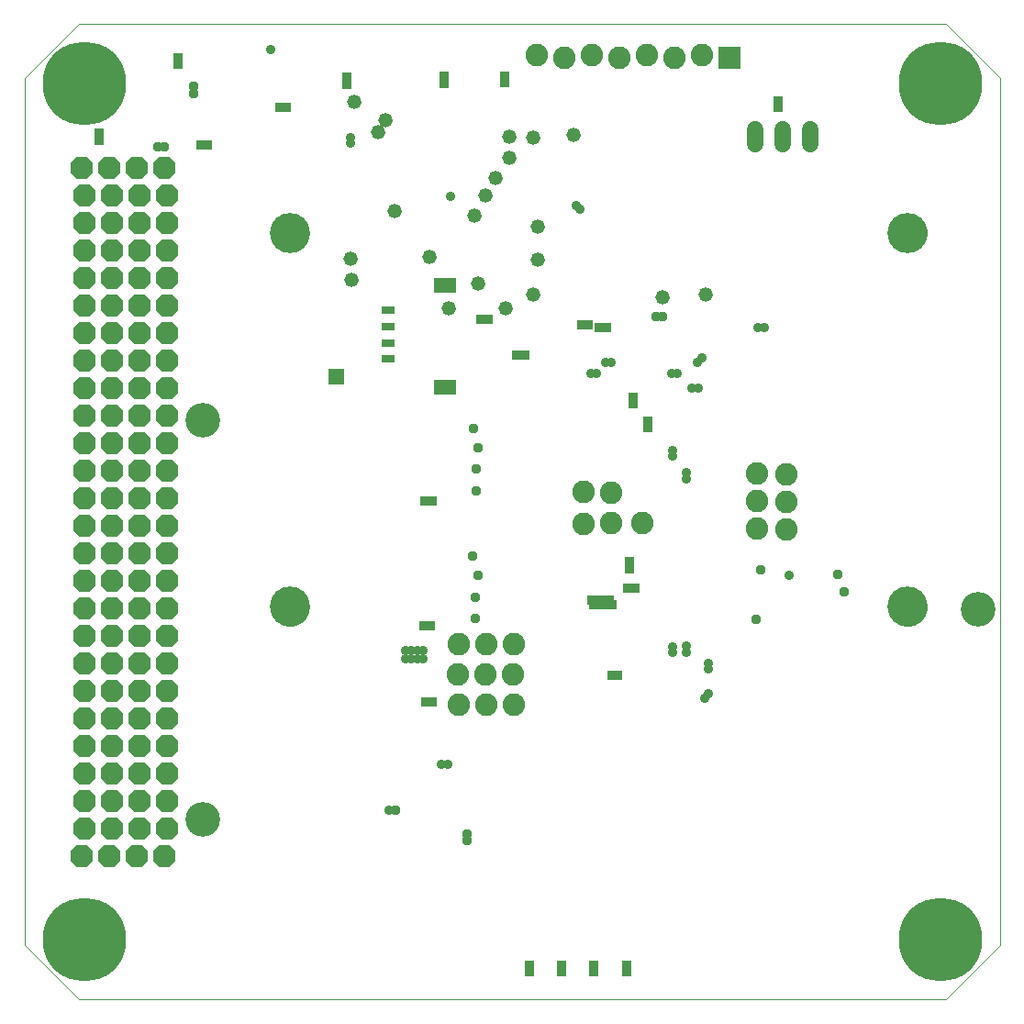
<source format=gbs>
G75*
%MOIN*%
%OFA0B0*%
%FSLAX25Y25*%
%IPPOS*%
%LPD*%
%AMOC8*
5,1,8,0,0,1.08239X$1,22.5*
%
%ADD10C,0.00000*%
%ADD11C,0.30328*%
%ADD12OC8,0.08200*%
%ADD13C,0.08200*%
%ADD14C,0.14580*%
%ADD15C,0.05200*%
%ADD16R,0.08200X0.08200*%
%ADD17C,0.06000*%
%ADD18R,0.04737X0.03162*%
%ADD19R,0.07887X0.05721*%
%ADD20C,0.03778*%
%ADD21R,0.03778X0.03778*%
%ADD22R,0.03581X0.03581*%
%ADD23C,0.03581*%
%ADD24C,0.12611*%
D10*
X0003172Y0020888D02*
X0003172Y0335849D01*
X0022857Y0355534D01*
X0337817Y0355534D01*
X0357502Y0335849D01*
X0357502Y0020888D01*
X0337817Y0001203D01*
X0022857Y0001203D01*
X0003172Y0020888D01*
X0092738Y0143920D02*
X0092740Y0144089D01*
X0092746Y0144258D01*
X0092757Y0144427D01*
X0092771Y0144595D01*
X0092790Y0144763D01*
X0092813Y0144931D01*
X0092839Y0145098D01*
X0092870Y0145264D01*
X0092905Y0145430D01*
X0092944Y0145594D01*
X0092988Y0145758D01*
X0093035Y0145920D01*
X0093086Y0146081D01*
X0093141Y0146241D01*
X0093200Y0146400D01*
X0093262Y0146557D01*
X0093329Y0146712D01*
X0093400Y0146866D01*
X0093474Y0147018D01*
X0093552Y0147168D01*
X0093633Y0147316D01*
X0093718Y0147462D01*
X0093807Y0147606D01*
X0093899Y0147748D01*
X0093995Y0147887D01*
X0094094Y0148024D01*
X0094196Y0148159D01*
X0094302Y0148291D01*
X0094411Y0148420D01*
X0094523Y0148547D01*
X0094638Y0148671D01*
X0094756Y0148792D01*
X0094877Y0148910D01*
X0095001Y0149025D01*
X0095128Y0149137D01*
X0095257Y0149246D01*
X0095389Y0149352D01*
X0095524Y0149454D01*
X0095661Y0149553D01*
X0095800Y0149649D01*
X0095942Y0149741D01*
X0096086Y0149830D01*
X0096232Y0149915D01*
X0096380Y0149996D01*
X0096530Y0150074D01*
X0096682Y0150148D01*
X0096836Y0150219D01*
X0096991Y0150286D01*
X0097148Y0150348D01*
X0097307Y0150407D01*
X0097467Y0150462D01*
X0097628Y0150513D01*
X0097790Y0150560D01*
X0097954Y0150604D01*
X0098118Y0150643D01*
X0098284Y0150678D01*
X0098450Y0150709D01*
X0098617Y0150735D01*
X0098785Y0150758D01*
X0098953Y0150777D01*
X0099121Y0150791D01*
X0099290Y0150802D01*
X0099459Y0150808D01*
X0099628Y0150810D01*
X0099797Y0150808D01*
X0099966Y0150802D01*
X0100135Y0150791D01*
X0100303Y0150777D01*
X0100471Y0150758D01*
X0100639Y0150735D01*
X0100806Y0150709D01*
X0100972Y0150678D01*
X0101138Y0150643D01*
X0101302Y0150604D01*
X0101466Y0150560D01*
X0101628Y0150513D01*
X0101789Y0150462D01*
X0101949Y0150407D01*
X0102108Y0150348D01*
X0102265Y0150286D01*
X0102420Y0150219D01*
X0102574Y0150148D01*
X0102726Y0150074D01*
X0102876Y0149996D01*
X0103024Y0149915D01*
X0103170Y0149830D01*
X0103314Y0149741D01*
X0103456Y0149649D01*
X0103595Y0149553D01*
X0103732Y0149454D01*
X0103867Y0149352D01*
X0103999Y0149246D01*
X0104128Y0149137D01*
X0104255Y0149025D01*
X0104379Y0148910D01*
X0104500Y0148792D01*
X0104618Y0148671D01*
X0104733Y0148547D01*
X0104845Y0148420D01*
X0104954Y0148291D01*
X0105060Y0148159D01*
X0105162Y0148024D01*
X0105261Y0147887D01*
X0105357Y0147748D01*
X0105449Y0147606D01*
X0105538Y0147462D01*
X0105623Y0147316D01*
X0105704Y0147168D01*
X0105782Y0147018D01*
X0105856Y0146866D01*
X0105927Y0146712D01*
X0105994Y0146557D01*
X0106056Y0146400D01*
X0106115Y0146241D01*
X0106170Y0146081D01*
X0106221Y0145920D01*
X0106268Y0145758D01*
X0106312Y0145594D01*
X0106351Y0145430D01*
X0106386Y0145264D01*
X0106417Y0145098D01*
X0106443Y0144931D01*
X0106466Y0144763D01*
X0106485Y0144595D01*
X0106499Y0144427D01*
X0106510Y0144258D01*
X0106516Y0144089D01*
X0106518Y0143920D01*
X0106516Y0143751D01*
X0106510Y0143582D01*
X0106499Y0143413D01*
X0106485Y0143245D01*
X0106466Y0143077D01*
X0106443Y0142909D01*
X0106417Y0142742D01*
X0106386Y0142576D01*
X0106351Y0142410D01*
X0106312Y0142246D01*
X0106268Y0142082D01*
X0106221Y0141920D01*
X0106170Y0141759D01*
X0106115Y0141599D01*
X0106056Y0141440D01*
X0105994Y0141283D01*
X0105927Y0141128D01*
X0105856Y0140974D01*
X0105782Y0140822D01*
X0105704Y0140672D01*
X0105623Y0140524D01*
X0105538Y0140378D01*
X0105449Y0140234D01*
X0105357Y0140092D01*
X0105261Y0139953D01*
X0105162Y0139816D01*
X0105060Y0139681D01*
X0104954Y0139549D01*
X0104845Y0139420D01*
X0104733Y0139293D01*
X0104618Y0139169D01*
X0104500Y0139048D01*
X0104379Y0138930D01*
X0104255Y0138815D01*
X0104128Y0138703D01*
X0103999Y0138594D01*
X0103867Y0138488D01*
X0103732Y0138386D01*
X0103595Y0138287D01*
X0103456Y0138191D01*
X0103314Y0138099D01*
X0103170Y0138010D01*
X0103024Y0137925D01*
X0102876Y0137844D01*
X0102726Y0137766D01*
X0102574Y0137692D01*
X0102420Y0137621D01*
X0102265Y0137554D01*
X0102108Y0137492D01*
X0101949Y0137433D01*
X0101789Y0137378D01*
X0101628Y0137327D01*
X0101466Y0137280D01*
X0101302Y0137236D01*
X0101138Y0137197D01*
X0100972Y0137162D01*
X0100806Y0137131D01*
X0100639Y0137105D01*
X0100471Y0137082D01*
X0100303Y0137063D01*
X0100135Y0137049D01*
X0099966Y0137038D01*
X0099797Y0137032D01*
X0099628Y0137030D01*
X0099459Y0137032D01*
X0099290Y0137038D01*
X0099121Y0137049D01*
X0098953Y0137063D01*
X0098785Y0137082D01*
X0098617Y0137105D01*
X0098450Y0137131D01*
X0098284Y0137162D01*
X0098118Y0137197D01*
X0097954Y0137236D01*
X0097790Y0137280D01*
X0097628Y0137327D01*
X0097467Y0137378D01*
X0097307Y0137433D01*
X0097148Y0137492D01*
X0096991Y0137554D01*
X0096836Y0137621D01*
X0096682Y0137692D01*
X0096530Y0137766D01*
X0096380Y0137844D01*
X0096232Y0137925D01*
X0096086Y0138010D01*
X0095942Y0138099D01*
X0095800Y0138191D01*
X0095661Y0138287D01*
X0095524Y0138386D01*
X0095389Y0138488D01*
X0095257Y0138594D01*
X0095128Y0138703D01*
X0095001Y0138815D01*
X0094877Y0138930D01*
X0094756Y0139048D01*
X0094638Y0139169D01*
X0094523Y0139293D01*
X0094411Y0139420D01*
X0094302Y0139549D01*
X0094196Y0139681D01*
X0094094Y0139816D01*
X0093995Y0139953D01*
X0093899Y0140092D01*
X0093807Y0140234D01*
X0093718Y0140378D01*
X0093633Y0140524D01*
X0093552Y0140672D01*
X0093474Y0140822D01*
X0093400Y0140974D01*
X0093329Y0141128D01*
X0093262Y0141283D01*
X0093200Y0141440D01*
X0093141Y0141599D01*
X0093086Y0141759D01*
X0093035Y0141920D01*
X0092988Y0142082D01*
X0092944Y0142246D01*
X0092905Y0142410D01*
X0092870Y0142576D01*
X0092839Y0142742D01*
X0092813Y0142909D01*
X0092790Y0143077D01*
X0092771Y0143245D01*
X0092757Y0143413D01*
X0092746Y0143582D01*
X0092740Y0143751D01*
X0092738Y0143920D01*
X0092738Y0279746D02*
X0092740Y0279915D01*
X0092746Y0280084D01*
X0092757Y0280253D01*
X0092771Y0280421D01*
X0092790Y0280589D01*
X0092813Y0280757D01*
X0092839Y0280924D01*
X0092870Y0281090D01*
X0092905Y0281256D01*
X0092944Y0281420D01*
X0092988Y0281584D01*
X0093035Y0281746D01*
X0093086Y0281907D01*
X0093141Y0282067D01*
X0093200Y0282226D01*
X0093262Y0282383D01*
X0093329Y0282538D01*
X0093400Y0282692D01*
X0093474Y0282844D01*
X0093552Y0282994D01*
X0093633Y0283142D01*
X0093718Y0283288D01*
X0093807Y0283432D01*
X0093899Y0283574D01*
X0093995Y0283713D01*
X0094094Y0283850D01*
X0094196Y0283985D01*
X0094302Y0284117D01*
X0094411Y0284246D01*
X0094523Y0284373D01*
X0094638Y0284497D01*
X0094756Y0284618D01*
X0094877Y0284736D01*
X0095001Y0284851D01*
X0095128Y0284963D01*
X0095257Y0285072D01*
X0095389Y0285178D01*
X0095524Y0285280D01*
X0095661Y0285379D01*
X0095800Y0285475D01*
X0095942Y0285567D01*
X0096086Y0285656D01*
X0096232Y0285741D01*
X0096380Y0285822D01*
X0096530Y0285900D01*
X0096682Y0285974D01*
X0096836Y0286045D01*
X0096991Y0286112D01*
X0097148Y0286174D01*
X0097307Y0286233D01*
X0097467Y0286288D01*
X0097628Y0286339D01*
X0097790Y0286386D01*
X0097954Y0286430D01*
X0098118Y0286469D01*
X0098284Y0286504D01*
X0098450Y0286535D01*
X0098617Y0286561D01*
X0098785Y0286584D01*
X0098953Y0286603D01*
X0099121Y0286617D01*
X0099290Y0286628D01*
X0099459Y0286634D01*
X0099628Y0286636D01*
X0099797Y0286634D01*
X0099966Y0286628D01*
X0100135Y0286617D01*
X0100303Y0286603D01*
X0100471Y0286584D01*
X0100639Y0286561D01*
X0100806Y0286535D01*
X0100972Y0286504D01*
X0101138Y0286469D01*
X0101302Y0286430D01*
X0101466Y0286386D01*
X0101628Y0286339D01*
X0101789Y0286288D01*
X0101949Y0286233D01*
X0102108Y0286174D01*
X0102265Y0286112D01*
X0102420Y0286045D01*
X0102574Y0285974D01*
X0102726Y0285900D01*
X0102876Y0285822D01*
X0103024Y0285741D01*
X0103170Y0285656D01*
X0103314Y0285567D01*
X0103456Y0285475D01*
X0103595Y0285379D01*
X0103732Y0285280D01*
X0103867Y0285178D01*
X0103999Y0285072D01*
X0104128Y0284963D01*
X0104255Y0284851D01*
X0104379Y0284736D01*
X0104500Y0284618D01*
X0104618Y0284497D01*
X0104733Y0284373D01*
X0104845Y0284246D01*
X0104954Y0284117D01*
X0105060Y0283985D01*
X0105162Y0283850D01*
X0105261Y0283713D01*
X0105357Y0283574D01*
X0105449Y0283432D01*
X0105538Y0283288D01*
X0105623Y0283142D01*
X0105704Y0282994D01*
X0105782Y0282844D01*
X0105856Y0282692D01*
X0105927Y0282538D01*
X0105994Y0282383D01*
X0106056Y0282226D01*
X0106115Y0282067D01*
X0106170Y0281907D01*
X0106221Y0281746D01*
X0106268Y0281584D01*
X0106312Y0281420D01*
X0106351Y0281256D01*
X0106386Y0281090D01*
X0106417Y0280924D01*
X0106443Y0280757D01*
X0106466Y0280589D01*
X0106485Y0280421D01*
X0106499Y0280253D01*
X0106510Y0280084D01*
X0106516Y0279915D01*
X0106518Y0279746D01*
X0106516Y0279577D01*
X0106510Y0279408D01*
X0106499Y0279239D01*
X0106485Y0279071D01*
X0106466Y0278903D01*
X0106443Y0278735D01*
X0106417Y0278568D01*
X0106386Y0278402D01*
X0106351Y0278236D01*
X0106312Y0278072D01*
X0106268Y0277908D01*
X0106221Y0277746D01*
X0106170Y0277585D01*
X0106115Y0277425D01*
X0106056Y0277266D01*
X0105994Y0277109D01*
X0105927Y0276954D01*
X0105856Y0276800D01*
X0105782Y0276648D01*
X0105704Y0276498D01*
X0105623Y0276350D01*
X0105538Y0276204D01*
X0105449Y0276060D01*
X0105357Y0275918D01*
X0105261Y0275779D01*
X0105162Y0275642D01*
X0105060Y0275507D01*
X0104954Y0275375D01*
X0104845Y0275246D01*
X0104733Y0275119D01*
X0104618Y0274995D01*
X0104500Y0274874D01*
X0104379Y0274756D01*
X0104255Y0274641D01*
X0104128Y0274529D01*
X0103999Y0274420D01*
X0103867Y0274314D01*
X0103732Y0274212D01*
X0103595Y0274113D01*
X0103456Y0274017D01*
X0103314Y0273925D01*
X0103170Y0273836D01*
X0103024Y0273751D01*
X0102876Y0273670D01*
X0102726Y0273592D01*
X0102574Y0273518D01*
X0102420Y0273447D01*
X0102265Y0273380D01*
X0102108Y0273318D01*
X0101949Y0273259D01*
X0101789Y0273204D01*
X0101628Y0273153D01*
X0101466Y0273106D01*
X0101302Y0273062D01*
X0101138Y0273023D01*
X0100972Y0272988D01*
X0100806Y0272957D01*
X0100639Y0272931D01*
X0100471Y0272908D01*
X0100303Y0272889D01*
X0100135Y0272875D01*
X0099966Y0272864D01*
X0099797Y0272858D01*
X0099628Y0272856D01*
X0099459Y0272858D01*
X0099290Y0272864D01*
X0099121Y0272875D01*
X0098953Y0272889D01*
X0098785Y0272908D01*
X0098617Y0272931D01*
X0098450Y0272957D01*
X0098284Y0272988D01*
X0098118Y0273023D01*
X0097954Y0273062D01*
X0097790Y0273106D01*
X0097628Y0273153D01*
X0097467Y0273204D01*
X0097307Y0273259D01*
X0097148Y0273318D01*
X0096991Y0273380D01*
X0096836Y0273447D01*
X0096682Y0273518D01*
X0096530Y0273592D01*
X0096380Y0273670D01*
X0096232Y0273751D01*
X0096086Y0273836D01*
X0095942Y0273925D01*
X0095800Y0274017D01*
X0095661Y0274113D01*
X0095524Y0274212D01*
X0095389Y0274314D01*
X0095257Y0274420D01*
X0095128Y0274529D01*
X0095001Y0274641D01*
X0094877Y0274756D01*
X0094756Y0274874D01*
X0094638Y0274995D01*
X0094523Y0275119D01*
X0094411Y0275246D01*
X0094302Y0275375D01*
X0094196Y0275507D01*
X0094094Y0275642D01*
X0093995Y0275779D01*
X0093899Y0275918D01*
X0093807Y0276060D01*
X0093718Y0276204D01*
X0093633Y0276350D01*
X0093552Y0276498D01*
X0093474Y0276648D01*
X0093400Y0276800D01*
X0093329Y0276954D01*
X0093262Y0277109D01*
X0093200Y0277266D01*
X0093141Y0277425D01*
X0093086Y0277585D01*
X0093035Y0277746D01*
X0092988Y0277908D01*
X0092944Y0278072D01*
X0092905Y0278236D01*
X0092870Y0278402D01*
X0092839Y0278568D01*
X0092813Y0278735D01*
X0092790Y0278903D01*
X0092771Y0279071D01*
X0092757Y0279239D01*
X0092746Y0279408D01*
X0092740Y0279577D01*
X0092738Y0279746D01*
X0317148Y0279746D02*
X0317150Y0279915D01*
X0317156Y0280084D01*
X0317167Y0280253D01*
X0317181Y0280421D01*
X0317200Y0280589D01*
X0317223Y0280757D01*
X0317249Y0280924D01*
X0317280Y0281090D01*
X0317315Y0281256D01*
X0317354Y0281420D01*
X0317398Y0281584D01*
X0317445Y0281746D01*
X0317496Y0281907D01*
X0317551Y0282067D01*
X0317610Y0282226D01*
X0317672Y0282383D01*
X0317739Y0282538D01*
X0317810Y0282692D01*
X0317884Y0282844D01*
X0317962Y0282994D01*
X0318043Y0283142D01*
X0318128Y0283288D01*
X0318217Y0283432D01*
X0318309Y0283574D01*
X0318405Y0283713D01*
X0318504Y0283850D01*
X0318606Y0283985D01*
X0318712Y0284117D01*
X0318821Y0284246D01*
X0318933Y0284373D01*
X0319048Y0284497D01*
X0319166Y0284618D01*
X0319287Y0284736D01*
X0319411Y0284851D01*
X0319538Y0284963D01*
X0319667Y0285072D01*
X0319799Y0285178D01*
X0319934Y0285280D01*
X0320071Y0285379D01*
X0320210Y0285475D01*
X0320352Y0285567D01*
X0320496Y0285656D01*
X0320642Y0285741D01*
X0320790Y0285822D01*
X0320940Y0285900D01*
X0321092Y0285974D01*
X0321246Y0286045D01*
X0321401Y0286112D01*
X0321558Y0286174D01*
X0321717Y0286233D01*
X0321877Y0286288D01*
X0322038Y0286339D01*
X0322200Y0286386D01*
X0322364Y0286430D01*
X0322528Y0286469D01*
X0322694Y0286504D01*
X0322860Y0286535D01*
X0323027Y0286561D01*
X0323195Y0286584D01*
X0323363Y0286603D01*
X0323531Y0286617D01*
X0323700Y0286628D01*
X0323869Y0286634D01*
X0324038Y0286636D01*
X0324207Y0286634D01*
X0324376Y0286628D01*
X0324545Y0286617D01*
X0324713Y0286603D01*
X0324881Y0286584D01*
X0325049Y0286561D01*
X0325216Y0286535D01*
X0325382Y0286504D01*
X0325548Y0286469D01*
X0325712Y0286430D01*
X0325876Y0286386D01*
X0326038Y0286339D01*
X0326199Y0286288D01*
X0326359Y0286233D01*
X0326518Y0286174D01*
X0326675Y0286112D01*
X0326830Y0286045D01*
X0326984Y0285974D01*
X0327136Y0285900D01*
X0327286Y0285822D01*
X0327434Y0285741D01*
X0327580Y0285656D01*
X0327724Y0285567D01*
X0327866Y0285475D01*
X0328005Y0285379D01*
X0328142Y0285280D01*
X0328277Y0285178D01*
X0328409Y0285072D01*
X0328538Y0284963D01*
X0328665Y0284851D01*
X0328789Y0284736D01*
X0328910Y0284618D01*
X0329028Y0284497D01*
X0329143Y0284373D01*
X0329255Y0284246D01*
X0329364Y0284117D01*
X0329470Y0283985D01*
X0329572Y0283850D01*
X0329671Y0283713D01*
X0329767Y0283574D01*
X0329859Y0283432D01*
X0329948Y0283288D01*
X0330033Y0283142D01*
X0330114Y0282994D01*
X0330192Y0282844D01*
X0330266Y0282692D01*
X0330337Y0282538D01*
X0330404Y0282383D01*
X0330466Y0282226D01*
X0330525Y0282067D01*
X0330580Y0281907D01*
X0330631Y0281746D01*
X0330678Y0281584D01*
X0330722Y0281420D01*
X0330761Y0281256D01*
X0330796Y0281090D01*
X0330827Y0280924D01*
X0330853Y0280757D01*
X0330876Y0280589D01*
X0330895Y0280421D01*
X0330909Y0280253D01*
X0330920Y0280084D01*
X0330926Y0279915D01*
X0330928Y0279746D01*
X0330926Y0279577D01*
X0330920Y0279408D01*
X0330909Y0279239D01*
X0330895Y0279071D01*
X0330876Y0278903D01*
X0330853Y0278735D01*
X0330827Y0278568D01*
X0330796Y0278402D01*
X0330761Y0278236D01*
X0330722Y0278072D01*
X0330678Y0277908D01*
X0330631Y0277746D01*
X0330580Y0277585D01*
X0330525Y0277425D01*
X0330466Y0277266D01*
X0330404Y0277109D01*
X0330337Y0276954D01*
X0330266Y0276800D01*
X0330192Y0276648D01*
X0330114Y0276498D01*
X0330033Y0276350D01*
X0329948Y0276204D01*
X0329859Y0276060D01*
X0329767Y0275918D01*
X0329671Y0275779D01*
X0329572Y0275642D01*
X0329470Y0275507D01*
X0329364Y0275375D01*
X0329255Y0275246D01*
X0329143Y0275119D01*
X0329028Y0274995D01*
X0328910Y0274874D01*
X0328789Y0274756D01*
X0328665Y0274641D01*
X0328538Y0274529D01*
X0328409Y0274420D01*
X0328277Y0274314D01*
X0328142Y0274212D01*
X0328005Y0274113D01*
X0327866Y0274017D01*
X0327724Y0273925D01*
X0327580Y0273836D01*
X0327434Y0273751D01*
X0327286Y0273670D01*
X0327136Y0273592D01*
X0326984Y0273518D01*
X0326830Y0273447D01*
X0326675Y0273380D01*
X0326518Y0273318D01*
X0326359Y0273259D01*
X0326199Y0273204D01*
X0326038Y0273153D01*
X0325876Y0273106D01*
X0325712Y0273062D01*
X0325548Y0273023D01*
X0325382Y0272988D01*
X0325216Y0272957D01*
X0325049Y0272931D01*
X0324881Y0272908D01*
X0324713Y0272889D01*
X0324545Y0272875D01*
X0324376Y0272864D01*
X0324207Y0272858D01*
X0324038Y0272856D01*
X0323869Y0272858D01*
X0323700Y0272864D01*
X0323531Y0272875D01*
X0323363Y0272889D01*
X0323195Y0272908D01*
X0323027Y0272931D01*
X0322860Y0272957D01*
X0322694Y0272988D01*
X0322528Y0273023D01*
X0322364Y0273062D01*
X0322200Y0273106D01*
X0322038Y0273153D01*
X0321877Y0273204D01*
X0321717Y0273259D01*
X0321558Y0273318D01*
X0321401Y0273380D01*
X0321246Y0273447D01*
X0321092Y0273518D01*
X0320940Y0273592D01*
X0320790Y0273670D01*
X0320642Y0273751D01*
X0320496Y0273836D01*
X0320352Y0273925D01*
X0320210Y0274017D01*
X0320071Y0274113D01*
X0319934Y0274212D01*
X0319799Y0274314D01*
X0319667Y0274420D01*
X0319538Y0274529D01*
X0319411Y0274641D01*
X0319287Y0274756D01*
X0319166Y0274874D01*
X0319048Y0274995D01*
X0318933Y0275119D01*
X0318821Y0275246D01*
X0318712Y0275375D01*
X0318606Y0275507D01*
X0318504Y0275642D01*
X0318405Y0275779D01*
X0318309Y0275918D01*
X0318217Y0276060D01*
X0318128Y0276204D01*
X0318043Y0276350D01*
X0317962Y0276498D01*
X0317884Y0276648D01*
X0317810Y0276800D01*
X0317739Y0276954D01*
X0317672Y0277109D01*
X0317610Y0277266D01*
X0317551Y0277425D01*
X0317496Y0277585D01*
X0317445Y0277746D01*
X0317398Y0277908D01*
X0317354Y0278072D01*
X0317315Y0278236D01*
X0317280Y0278402D01*
X0317249Y0278568D01*
X0317223Y0278735D01*
X0317200Y0278903D01*
X0317181Y0279071D01*
X0317167Y0279239D01*
X0317156Y0279408D01*
X0317150Y0279577D01*
X0317148Y0279746D01*
X0317148Y0143920D02*
X0317150Y0144089D01*
X0317156Y0144258D01*
X0317167Y0144427D01*
X0317181Y0144595D01*
X0317200Y0144763D01*
X0317223Y0144931D01*
X0317249Y0145098D01*
X0317280Y0145264D01*
X0317315Y0145430D01*
X0317354Y0145594D01*
X0317398Y0145758D01*
X0317445Y0145920D01*
X0317496Y0146081D01*
X0317551Y0146241D01*
X0317610Y0146400D01*
X0317672Y0146557D01*
X0317739Y0146712D01*
X0317810Y0146866D01*
X0317884Y0147018D01*
X0317962Y0147168D01*
X0318043Y0147316D01*
X0318128Y0147462D01*
X0318217Y0147606D01*
X0318309Y0147748D01*
X0318405Y0147887D01*
X0318504Y0148024D01*
X0318606Y0148159D01*
X0318712Y0148291D01*
X0318821Y0148420D01*
X0318933Y0148547D01*
X0319048Y0148671D01*
X0319166Y0148792D01*
X0319287Y0148910D01*
X0319411Y0149025D01*
X0319538Y0149137D01*
X0319667Y0149246D01*
X0319799Y0149352D01*
X0319934Y0149454D01*
X0320071Y0149553D01*
X0320210Y0149649D01*
X0320352Y0149741D01*
X0320496Y0149830D01*
X0320642Y0149915D01*
X0320790Y0149996D01*
X0320940Y0150074D01*
X0321092Y0150148D01*
X0321246Y0150219D01*
X0321401Y0150286D01*
X0321558Y0150348D01*
X0321717Y0150407D01*
X0321877Y0150462D01*
X0322038Y0150513D01*
X0322200Y0150560D01*
X0322364Y0150604D01*
X0322528Y0150643D01*
X0322694Y0150678D01*
X0322860Y0150709D01*
X0323027Y0150735D01*
X0323195Y0150758D01*
X0323363Y0150777D01*
X0323531Y0150791D01*
X0323700Y0150802D01*
X0323869Y0150808D01*
X0324038Y0150810D01*
X0324207Y0150808D01*
X0324376Y0150802D01*
X0324545Y0150791D01*
X0324713Y0150777D01*
X0324881Y0150758D01*
X0325049Y0150735D01*
X0325216Y0150709D01*
X0325382Y0150678D01*
X0325548Y0150643D01*
X0325712Y0150604D01*
X0325876Y0150560D01*
X0326038Y0150513D01*
X0326199Y0150462D01*
X0326359Y0150407D01*
X0326518Y0150348D01*
X0326675Y0150286D01*
X0326830Y0150219D01*
X0326984Y0150148D01*
X0327136Y0150074D01*
X0327286Y0149996D01*
X0327434Y0149915D01*
X0327580Y0149830D01*
X0327724Y0149741D01*
X0327866Y0149649D01*
X0328005Y0149553D01*
X0328142Y0149454D01*
X0328277Y0149352D01*
X0328409Y0149246D01*
X0328538Y0149137D01*
X0328665Y0149025D01*
X0328789Y0148910D01*
X0328910Y0148792D01*
X0329028Y0148671D01*
X0329143Y0148547D01*
X0329255Y0148420D01*
X0329364Y0148291D01*
X0329470Y0148159D01*
X0329572Y0148024D01*
X0329671Y0147887D01*
X0329767Y0147748D01*
X0329859Y0147606D01*
X0329948Y0147462D01*
X0330033Y0147316D01*
X0330114Y0147168D01*
X0330192Y0147018D01*
X0330266Y0146866D01*
X0330337Y0146712D01*
X0330404Y0146557D01*
X0330466Y0146400D01*
X0330525Y0146241D01*
X0330580Y0146081D01*
X0330631Y0145920D01*
X0330678Y0145758D01*
X0330722Y0145594D01*
X0330761Y0145430D01*
X0330796Y0145264D01*
X0330827Y0145098D01*
X0330853Y0144931D01*
X0330876Y0144763D01*
X0330895Y0144595D01*
X0330909Y0144427D01*
X0330920Y0144258D01*
X0330926Y0144089D01*
X0330928Y0143920D01*
X0330926Y0143751D01*
X0330920Y0143582D01*
X0330909Y0143413D01*
X0330895Y0143245D01*
X0330876Y0143077D01*
X0330853Y0142909D01*
X0330827Y0142742D01*
X0330796Y0142576D01*
X0330761Y0142410D01*
X0330722Y0142246D01*
X0330678Y0142082D01*
X0330631Y0141920D01*
X0330580Y0141759D01*
X0330525Y0141599D01*
X0330466Y0141440D01*
X0330404Y0141283D01*
X0330337Y0141128D01*
X0330266Y0140974D01*
X0330192Y0140822D01*
X0330114Y0140672D01*
X0330033Y0140524D01*
X0329948Y0140378D01*
X0329859Y0140234D01*
X0329767Y0140092D01*
X0329671Y0139953D01*
X0329572Y0139816D01*
X0329470Y0139681D01*
X0329364Y0139549D01*
X0329255Y0139420D01*
X0329143Y0139293D01*
X0329028Y0139169D01*
X0328910Y0139048D01*
X0328789Y0138930D01*
X0328665Y0138815D01*
X0328538Y0138703D01*
X0328409Y0138594D01*
X0328277Y0138488D01*
X0328142Y0138386D01*
X0328005Y0138287D01*
X0327866Y0138191D01*
X0327724Y0138099D01*
X0327580Y0138010D01*
X0327434Y0137925D01*
X0327286Y0137844D01*
X0327136Y0137766D01*
X0326984Y0137692D01*
X0326830Y0137621D01*
X0326675Y0137554D01*
X0326518Y0137492D01*
X0326359Y0137433D01*
X0326199Y0137378D01*
X0326038Y0137327D01*
X0325876Y0137280D01*
X0325712Y0137236D01*
X0325548Y0137197D01*
X0325382Y0137162D01*
X0325216Y0137131D01*
X0325049Y0137105D01*
X0324881Y0137082D01*
X0324713Y0137063D01*
X0324545Y0137049D01*
X0324376Y0137038D01*
X0324207Y0137032D01*
X0324038Y0137030D01*
X0323869Y0137032D01*
X0323700Y0137038D01*
X0323531Y0137049D01*
X0323363Y0137063D01*
X0323195Y0137082D01*
X0323027Y0137105D01*
X0322860Y0137131D01*
X0322694Y0137162D01*
X0322528Y0137197D01*
X0322364Y0137236D01*
X0322200Y0137280D01*
X0322038Y0137327D01*
X0321877Y0137378D01*
X0321717Y0137433D01*
X0321558Y0137492D01*
X0321401Y0137554D01*
X0321246Y0137621D01*
X0321092Y0137692D01*
X0320940Y0137766D01*
X0320790Y0137844D01*
X0320642Y0137925D01*
X0320496Y0138010D01*
X0320352Y0138099D01*
X0320210Y0138191D01*
X0320071Y0138287D01*
X0319934Y0138386D01*
X0319799Y0138488D01*
X0319667Y0138594D01*
X0319538Y0138703D01*
X0319411Y0138815D01*
X0319287Y0138930D01*
X0319166Y0139048D01*
X0319048Y0139169D01*
X0318933Y0139293D01*
X0318821Y0139420D01*
X0318712Y0139549D01*
X0318606Y0139681D01*
X0318504Y0139816D01*
X0318405Y0139953D01*
X0318309Y0140092D01*
X0318217Y0140234D01*
X0318128Y0140378D01*
X0318043Y0140524D01*
X0317962Y0140672D01*
X0317884Y0140822D01*
X0317810Y0140974D01*
X0317739Y0141128D01*
X0317672Y0141283D01*
X0317610Y0141440D01*
X0317551Y0141599D01*
X0317496Y0141759D01*
X0317445Y0141920D01*
X0317398Y0142082D01*
X0317354Y0142246D01*
X0317315Y0142410D01*
X0317280Y0142576D01*
X0317249Y0142742D01*
X0317223Y0142909D01*
X0317200Y0143077D01*
X0317181Y0143245D01*
X0317167Y0143413D01*
X0317156Y0143582D01*
X0317150Y0143751D01*
X0317148Y0143920D01*
D11*
X0335849Y0022857D03*
X0335849Y0333880D03*
X0024825Y0333880D03*
X0024825Y0022857D03*
D12*
X0023825Y0053369D03*
X0033825Y0053369D03*
X0043825Y0053369D03*
X0053825Y0053369D03*
X0054825Y0063369D03*
X0054825Y0073369D03*
X0054825Y0083369D03*
X0054825Y0093369D03*
X0054825Y0103369D03*
X0054825Y0113369D03*
X0054825Y0123369D03*
X0054825Y0133369D03*
X0054825Y0143369D03*
X0054825Y0153369D03*
X0054825Y0163369D03*
X0054825Y0173369D03*
X0054825Y0183369D03*
X0054825Y0193369D03*
X0054825Y0203369D03*
X0054825Y0213369D03*
X0054825Y0223369D03*
X0054825Y0233369D03*
X0054825Y0243369D03*
X0054825Y0253369D03*
X0054825Y0263369D03*
X0054825Y0273369D03*
X0054825Y0283369D03*
X0054825Y0293369D03*
X0053825Y0303369D03*
X0043825Y0303369D03*
X0044825Y0293369D03*
X0034825Y0293369D03*
X0033825Y0303369D03*
X0023825Y0303369D03*
X0024825Y0293369D03*
X0024825Y0283369D03*
X0034825Y0283369D03*
X0044825Y0283369D03*
X0044825Y0273369D03*
X0034825Y0273369D03*
X0024825Y0273369D03*
X0024825Y0263369D03*
X0034825Y0263369D03*
X0044825Y0263369D03*
X0044825Y0253369D03*
X0044825Y0243369D03*
X0034825Y0243369D03*
X0034825Y0253369D03*
X0024825Y0253369D03*
X0024825Y0243369D03*
X0024825Y0233369D03*
X0034825Y0233369D03*
X0044825Y0233369D03*
X0044825Y0223369D03*
X0034825Y0223369D03*
X0024825Y0223369D03*
X0024825Y0213369D03*
X0024825Y0203369D03*
X0034825Y0203369D03*
X0034825Y0213369D03*
X0044825Y0213369D03*
X0044825Y0203369D03*
X0044825Y0193369D03*
X0034825Y0193369D03*
X0024825Y0193369D03*
X0024825Y0183369D03*
X0034825Y0183369D03*
X0044825Y0183369D03*
X0044825Y0173369D03*
X0044825Y0163369D03*
X0034825Y0163369D03*
X0034825Y0173369D03*
X0024825Y0173369D03*
X0024825Y0163369D03*
X0024825Y0153369D03*
X0034825Y0153369D03*
X0044825Y0153369D03*
X0044825Y0143369D03*
X0034825Y0143369D03*
X0024825Y0143369D03*
X0024825Y0133369D03*
X0024825Y0123369D03*
X0034825Y0123369D03*
X0034825Y0133369D03*
X0044825Y0133369D03*
X0044825Y0123369D03*
X0044825Y0113369D03*
X0034825Y0113369D03*
X0024825Y0113369D03*
X0024825Y0103369D03*
X0034825Y0103369D03*
X0044825Y0103369D03*
X0044825Y0093369D03*
X0044825Y0083369D03*
X0034825Y0083369D03*
X0034825Y0093369D03*
X0024825Y0093369D03*
X0024825Y0083369D03*
X0024825Y0073369D03*
X0034825Y0073369D03*
X0044825Y0073369D03*
X0044825Y0063369D03*
X0034825Y0063369D03*
X0024825Y0063369D03*
D13*
X0161046Y0108290D03*
X0171046Y0108290D03*
X0181046Y0108290D03*
X0180731Y0119313D03*
X0170731Y0119313D03*
X0160731Y0119313D03*
X0161046Y0130337D03*
X0171046Y0130337D03*
X0181046Y0130337D03*
X0206321Y0174125D03*
X0216251Y0174431D03*
X0216361Y0185455D03*
X0206321Y0185525D03*
X0227651Y0174431D03*
X0269313Y0172345D03*
X0269313Y0182345D03*
X0269313Y0192345D03*
X0280140Y0192148D03*
X0280140Y0182148D03*
X0280140Y0172148D03*
X0239471Y0343420D03*
X0249471Y0344420D03*
X0229471Y0344420D03*
X0219471Y0343420D03*
X0209471Y0344420D03*
X0199471Y0343420D03*
X0189471Y0344420D03*
D14*
X0099628Y0279746D03*
X0099628Y0143920D03*
X0324038Y0143920D03*
X0324038Y0279746D03*
D15*
X0250809Y0257306D03*
X0235061Y0256321D03*
X0187817Y0257306D03*
X0177975Y0252384D03*
X0168132Y0261243D03*
X0157306Y0252384D03*
X0150416Y0271085D03*
X0137620Y0287817D03*
X0121774Y0270199D03*
X0121872Y0262719D03*
X0166764Y0285849D03*
X0170677Y0293331D03*
X0174298Y0299578D03*
X0179313Y0307099D03*
X0179313Y0314599D03*
X0187817Y0314392D03*
X0202581Y0315376D03*
X0189786Y0281912D03*
X0189786Y0270101D03*
X0134176Y0320790D03*
X0131715Y0316361D03*
X0122857Y0327187D03*
D16*
X0259471Y0343420D03*
D17*
X0268565Y0317189D02*
X0268565Y0311989D01*
X0278565Y0311989D02*
X0278565Y0317189D01*
X0288565Y0317189D02*
X0288565Y0311989D01*
D18*
X0135455Y0251597D03*
X0135455Y0245691D03*
X0135455Y0239786D03*
X0135455Y0233880D03*
D19*
X0155928Y0223624D03*
X0155928Y0260672D03*
D20*
X0166164Y0208683D03*
X0168132Y0201794D03*
X0167148Y0193920D03*
X0167148Y0186046D03*
X0165967Y0162227D03*
X0167935Y0155337D03*
X0166951Y0147463D03*
X0166951Y0139589D03*
X0138014Y0070101D03*
X0164105Y0061483D03*
X0164105Y0058983D03*
X0268955Y0139195D03*
X0270494Y0157502D03*
X0298755Y0155595D03*
X0300955Y0149195D03*
X0234865Y0249431D03*
X0232699Y0249431D03*
X0064806Y0330386D03*
X0064806Y0332886D03*
X0054087Y0310869D03*
X0051587Y0310869D03*
D21*
X0067197Y0311530D03*
X0069697Y0311530D03*
X0095947Y0325280D03*
X0098447Y0325280D03*
X0120298Y0333683D03*
X0120298Y0336439D03*
X0155731Y0336833D03*
X0155731Y0334077D03*
X0177581Y0334274D03*
X0177581Y0336636D03*
X0211833Y0245494D03*
X0214589Y0245494D03*
X0229550Y0211439D03*
X0229550Y0209077D03*
X0223054Y0160258D03*
X0223054Y0157699D03*
X0222463Y0150613D03*
X0225022Y0150613D03*
X0215770Y0146479D03*
X0216557Y0144510D03*
X0214392Y0144510D03*
X0213605Y0146479D03*
X0211636Y0146479D03*
X0212227Y0144510D03*
X0210061Y0144510D03*
X0209471Y0146479D03*
X0216557Y0119117D03*
X0218723Y0119117D03*
X0151203Y0109274D03*
X0148841Y0109274D03*
X0148250Y0137030D03*
X0150613Y0137030D03*
X0151203Y0182502D03*
X0148644Y0182502D03*
X0030231Y0313477D03*
X0030231Y0315977D03*
X0058981Y0340977D03*
X0058981Y0343477D03*
X0276991Y0327778D03*
X0276991Y0325219D03*
X0222069Y0013802D03*
X0222069Y0011439D03*
X0210061Y0011439D03*
X0210061Y0013802D03*
X0198447Y0013802D03*
X0198447Y0011439D03*
X0186636Y0011439D03*
X0186636Y0013802D03*
D22*
X0224431Y0217542D03*
X0224431Y0219904D03*
X0208093Y0246479D03*
X0205731Y0246479D03*
X0184865Y0235258D03*
X0182109Y0235258D03*
X0171676Y0248250D03*
X0168920Y0248250D03*
X0117739Y0228762D03*
X0115376Y0228762D03*
X0115376Y0226203D03*
X0117739Y0226203D03*
D23*
X0157896Y0293132D03*
X0121676Y0312227D03*
X0121676Y0314392D03*
X0092542Y0346282D03*
X0203565Y0289786D03*
X0205140Y0288211D03*
X0214195Y0232699D03*
X0216361Y0232699D03*
X0211046Y0228565D03*
X0208880Y0228565D03*
X0238211Y0228565D03*
X0240376Y0228565D03*
X0245691Y0223250D03*
X0247857Y0223250D03*
X0247660Y0232699D03*
X0249235Y0234274D03*
X0269707Y0245494D03*
X0271872Y0245494D03*
X0238802Y0200809D03*
X0238802Y0198644D03*
X0243723Y0192542D03*
X0243723Y0190376D03*
X0281124Y0155337D03*
X0251794Y0123447D03*
X0251794Y0121282D03*
X0251794Y0112227D03*
X0250219Y0110652D03*
X0243723Y0127384D03*
X0243723Y0129550D03*
X0238802Y0129353D03*
X0238802Y0127187D03*
X0156912Y0086833D03*
X0154746Y0086833D03*
X0135652Y0070101D03*
X0141557Y0125022D03*
X0143723Y0125022D03*
X0145888Y0125022D03*
X0148054Y0125022D03*
X0148054Y0127975D03*
X0145888Y0127975D03*
X0143723Y0127975D03*
X0141557Y0127975D03*
D24*
X0068132Y0066557D03*
X0068132Y0211833D03*
X0349628Y0142935D03*
M02*

</source>
